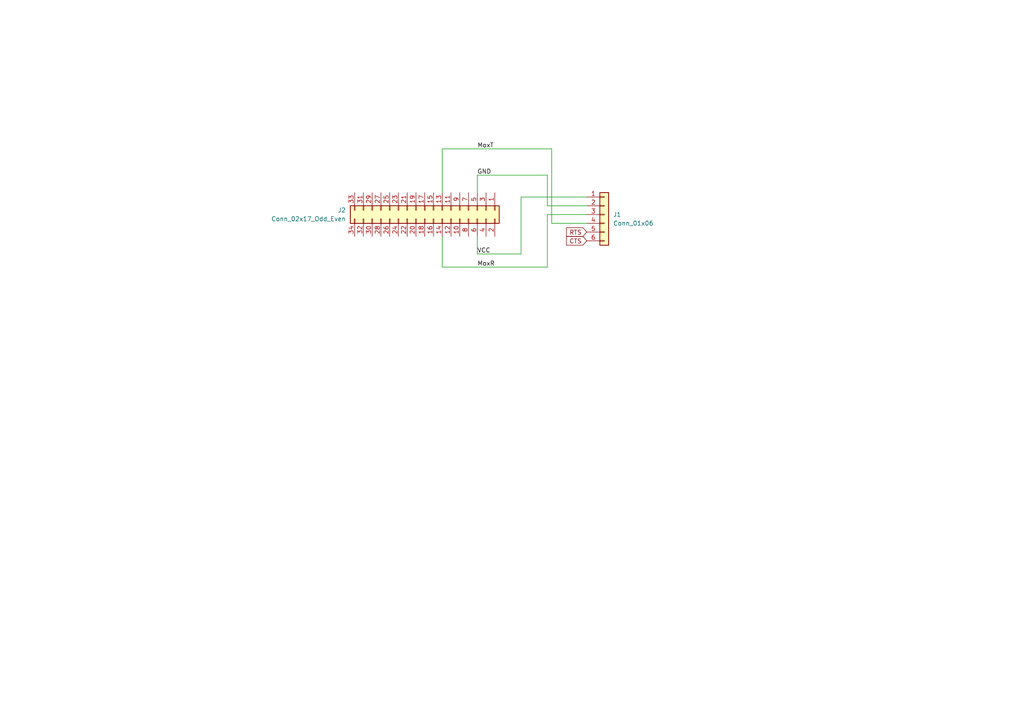
<source format=kicad_sch>
(kicad_sch (version 20211123) (generator eeschema)
  (paper "A4")
  (title_block (title "Turris MOX/DSD Tech SH-U Adapter - Schematic"))
  (lib_symbols
    (symbol "Connector_Generic:Conn_01x06" (pin_names (offset 1.016) hide)
      (property "Reference" "J" (at 0 7.62 0))
      (property "Value" "Conn_01x06" (at 0 -10.16 0))
      (symbol "Conn_01x06_1_1"
        (rectangle (start -1.27 -7.493) (end 0 -7.747) (stroke (width 0.1524)))
        (rectangle (start -1.27 -4.953) (end 0 -5.207) (stroke (width 0.1524)))
        (rectangle (start -1.27 -2.413) (end 0 -2.667) (stroke (width 0.1524)))
        (rectangle (start -1.27 0.127) (end 0 -0.127) (stroke (width 0.1524)))
        (rectangle (start -1.27 2.667) (end 0 2.413) (stroke (width 0.1524)))
        (rectangle (start -1.27 5.207) (end 0 4.953) (stroke (width 0.1524)))
        (rectangle (start -1.27 6.35) (end 1.27 -8.89) (stroke (width 0.254)) (fill (type background)))
        (pin passive line (at -5.08 5.08 0) (length 3.81) (name "Pin_1") (number "1"))
        (pin passive line (at -5.08 2.54 0) (length 3.81) (name "Pin_2") (number "2"))
        (pin passive line (at -5.08 0 0) (length 3.81) (name "Pin_3") (number "3"))
        (pin passive line (at -5.08 -2.54 0) (length 3.81) (name "Pin_4") (number "4"))
        (pin passive line (at -5.08 -5.08 0) (length 3.81) (name "Pin_5") (number "5"))
        (pin passive line (at -5.08 -7.62 0) (length 3.81) (name "Pin_6") (number "6"))
      )
    )
    (symbol "Connector_Generic:Conn_02x17_Odd_Even" (pin_names (offset 1.016) hide)
      (property "Reference" "J" (at 1.27 22.86 0))
      (property "Value" "Conn_02x17_Odd_Even" (at 1.27 -22.86 0))
      (symbol "Conn_02x17_Odd_Even_1_1"
        (rectangle (start -1.27 -20.193) (end 0 -20.447) (stroke (width 0.1524)))
        (rectangle (start -1.27 -17.653) (end 0 -17.907) (stroke (width 0.1524)))
        (rectangle (start -1.27 -15.113) (end 0 -15.367) (stroke (width 0.1524)))
        (rectangle (start -1.27 -12.573) (end 0 -12.827) (stroke (width 0.1524)))
        (rectangle (start -1.27 -10.033) (end 0 -10.287) (stroke (width 0.1524)))
        (rectangle (start -1.27 -7.493) (end 0 -7.747) (stroke (width 0.1524)))
        (rectangle (start -1.27 -4.953) (end 0 -5.207) (stroke (width 0.1524)))
        (rectangle (start -1.27 -2.413) (end 0 -2.667) (stroke (width 0.1524)))
        (rectangle (start -1.27 0.127) (end 0 -0.127) (stroke (width 0.1524)))
        (rectangle (start -1.27 2.667) (end 0 2.413) (stroke (width 0.1524)))
        (rectangle (start -1.27 5.207) (end 0 4.953) (stroke (width 0.1524)))
        (rectangle (start -1.27 7.747) (end 0 7.493) (stroke (width 0.1524)))
        (rectangle (start -1.27 10.287) (end 0 10.033) (stroke (width 0.1524)))
        (rectangle (start -1.27 12.827) (end 0 12.573) (stroke (width 0.1524)))
        (rectangle (start -1.27 15.367) (end 0 15.113) (stroke (width 0.1524)))
        (rectangle (start -1.27 17.907) (end 0 17.653) (stroke (width 0.1524)))
        (rectangle (start -1.27 20.447) (end 0 20.193) (stroke (width 0.1524)))
        (rectangle (start -1.27 21.59) (end 3.81 -21.59) (stroke (width 0.254)) (fill (type background)))
        (rectangle (start 3.81 -20.193) (end 2.54 -20.447) (stroke (width 0.1524)))
        (rectangle (start 3.81 -17.653) (end 2.54 -17.907) (stroke (width 0.1524)))
        (rectangle (start 3.81 -15.113) (end 2.54 -15.367) (stroke (width 0.1524)))
        (rectangle (start 3.81 -12.573) (end 2.54 -12.827) (stroke (width 0.1524)))
        (rectangle (start 3.81 -10.033) (end 2.54 -10.287) (stroke (width 0.1524)))
        (rectangle (start 3.81 -7.493) (end 2.54 -7.747) (stroke (width 0.1524)))
        (rectangle (start 3.81 -4.953) (end 2.54 -5.207) (stroke (width 0.1524)))
        (rectangle (start 3.81 -2.413) (end 2.54 -2.667) (stroke (width 0.1524)))
        (rectangle (start 3.81 0.127) (end 2.54 -0.127) (stroke (width 0.1524)))
        (rectangle (start 3.81 2.667) (end 2.54 2.413) (stroke (width 0.1524)))
        (rectangle (start 3.81 5.207) (end 2.54 4.953) (stroke (width 0.1524)))
        (rectangle (start 3.81 7.747) (end 2.54 7.493) (stroke (width 0.1524)))
        (rectangle (start 3.81 10.287) (end 2.54 10.033) (stroke (width 0.1524)))
        (rectangle (start 3.81 12.827) (end 2.54 12.573) (stroke (width 0.1524)))
        (rectangle (start 3.81 15.367) (end 2.54 15.113) (stroke (width 0.1524)))
        (rectangle (start 3.81 17.907) (end 2.54 17.653) (stroke (width 0.1524)))
        (rectangle (start 3.81 20.447) (end 2.54 20.193) (stroke (width 0.1524)))
        (pin passive line (at -5.08 20.32 0) (length 3.81) (name "Pin_1") (number "1"))
        (pin passive line (at 7.62 10.16 180) (length 3.81) (name "Pin_10") (number "10"))
        (pin passive line (at -5.08 7.62 0) (length 3.81) (name "Pin_11") (number "11"))
        (pin passive line (at 7.62 7.62 180) (length 3.81) (name "Pin_12") (number "12"))
        (pin passive line (at -5.08 5.08 0) (length 3.81) (name "Pin_13") (number "13"))
        (pin passive line (at 7.62 5.08 180) (length 3.81) (name "Pin_14") (number "14"))
        (pin passive line (at -5.08 2.54 0) (length 3.81) (name "Pin_15") (number "15"))
        (pin passive line (at 7.62 2.54 180) (length 3.81) (name "Pin_16") (number "16"))
        (pin passive line (at -5.08 0 0) (length 3.81) (name "Pin_17") (number "17"))
        (pin passive line (at 7.62 0 180) (length 3.81) (name "Pin_18") (number "18"))
        (pin passive line (at -5.08 -2.54 0) (length 3.81) (name "Pin_19") (number "19"))
        (pin passive line (at 7.62 20.32 180) (length 3.81) (name "Pin_2") (number "2"))
        (pin passive line (at 7.62 -2.54 180) (length 3.81) (name "Pin_20") (number "20"))
        (pin passive line (at -5.08 -5.08 0) (length 3.81) (name "Pin_21") (number "21"))
        (pin passive line (at 7.62 -5.08 180) (length 3.81) (name "Pin_22") (number "22"))
        (pin passive line (at -5.08 -7.62 0) (length 3.81) (name "Pin_23") (number "23"))
        (pin passive line (at 7.62 -7.62 180) (length 3.81) (name "Pin_24") (number "24"))
        (pin passive line (at -5.08 -10.16 0) (length 3.81) (name "Pin_25") (number "25"))
        (pin passive line (at 7.62 -10.16 180) (length 3.81) (name "Pin_26") (number "26"))
        (pin passive line (at -5.08 -12.7 0) (length 3.81) (name "Pin_27") (number "27"))
        (pin passive line (at 7.62 -12.7 180) (length 3.81) (name "Pin_28") (number "28"))
        (pin passive line (at -5.08 -15.24 0) (length 3.81) (name "Pin_29") (number "29"))
        (pin passive line (at -5.08 17.78 0) (length 3.81) (name "Pin_3") (number "3"))
        (pin passive line (at 7.62 -15.24 180) (length 3.81) (name "Pin_30") (number "30"))
        (pin passive line (at -5.08 -17.78 0) (length 3.81) (name "Pin_31") (number "31"))
        (pin passive line (at 7.62 -17.78 180) (length 3.81) (name "Pin_32") (number "32"))
        (pin passive line (at -5.08 -20.32 0) (length 3.81) (name "Pin_33") (number "33"))
        (pin passive line (at 7.62 -20.32 180) (length 3.81) (name "Pin_34") (number "34"))
        (pin passive line (at 7.62 17.78 180) (length 3.81) (name "Pin_4") (number "4"))
        (pin passive line (at -5.08 15.24 0) (length 3.81) (name "Pin_5") (number "5"))
        (pin passive line (at 7.62 15.24 180) (length 3.81) (name "Pin_6") (number "6"))
        (pin passive line (at -5.08 12.7 0) (length 3.81) (name "Pin_7") (number "7"))
        (pin passive line (at 7.62 12.7 180) (length 3.81) (name "Pin_8") (number "8"))
        (pin passive line (at -5.08 10.16 0) (length 3.81) (name "Pin_9") (number "9"))
      )
    )
  )
  (wire (pts (xy 158.75 50.8) (xy 138.43 50.8)))
  (wire (pts (xy 138.43 50.8) (xy 138.43 55.88)))
  (wire (pts (xy 158.75 59.69) (xy 158.75 50.8)))
  (wire (pts (xy 170.18 62.23) (xy 158.75 62.23)))
  (wire (pts (xy 151.13 73.66) (xy 138.43 73.66)))
  (wire (pts (xy 170.18 57.15) (xy 151.13 57.15)))
  (wire (pts (xy 170.18 59.69) (xy 158.75 59.69)))
  (wire (pts (xy 128.27 68.58) (xy 128.27 77.47)))
  (wire (pts (xy 138.43 73.66) (xy 138.43 68.58)))
  (wire (pts (xy 151.13 57.15) (xy 151.13 73.66)))
  (wire (pts (xy 158.75 62.23) (xy 158.75 77.47)))
  (wire (pts (xy 170.18 64.77) (xy 160.02 64.77)))
  (wire (pts (xy 158.75 77.47) (xy 128.27 77.47)))
  (wire (pts (xy 128.27 43.18) (xy 128.27 55.88)))
  (wire (pts (xy 160.02 64.77) (xy 160.02 43.18)))
  (wire (pts (xy 160.02 43.18) (xy 128.27 43.18)))
  (label "VCC" (at 138.43 73.66 0))
  (label "MoxR" (at 138.43 77.47 0))
  (label "GND" (at 138.43 50.8 0))
  (label "MoxT" (at 138.43 43.18 0))
  (global_label "RTS" (shape input) (at 170.18 67.31 180) (property "Intersheet References" "${INTERSHEET_REFS}" (effects hide)))
  (global_label "CTS" (shape input) (at 170.18 69.85 180) (property "Intersheet References" "${INTERSHEET_REFS}" (effects hide)))
  (symbol (lib_id "Connector_Generic:Conn_02x17_Odd_Even") (at 123.19 60.96 270) (unit 1)
    (property "Reference" "J2" (at 100.33 60.9599 90) (effects (justify right)))
    (property "Value" "Conn_02x17_Odd_Even" (at 100.33 63.4999 90) (effects (justify right)))
    (property "Footprint" "footprints:Liansheng FH-00357" (effects hide))
    (property "LCSC" "C2685114" (effects hide))
  )
  (symbol (lib_id "Connector_Generic:Conn_01x06") (at 175.26 62.23 0) (unit 1)
    (property "Reference" "J1" (at 177.8 62.2299 0) (effects (justify left)))
    (property "Value" "Conn_01x06" (at 177.8 64.7699 0) (effects (justify left)))
    (property "Footprint" "footprints:XFCN MF254VS-11-06P-A" (effects hide))
    (property "LCSC" "C492238" (effects hide))
  )
)
</source>
